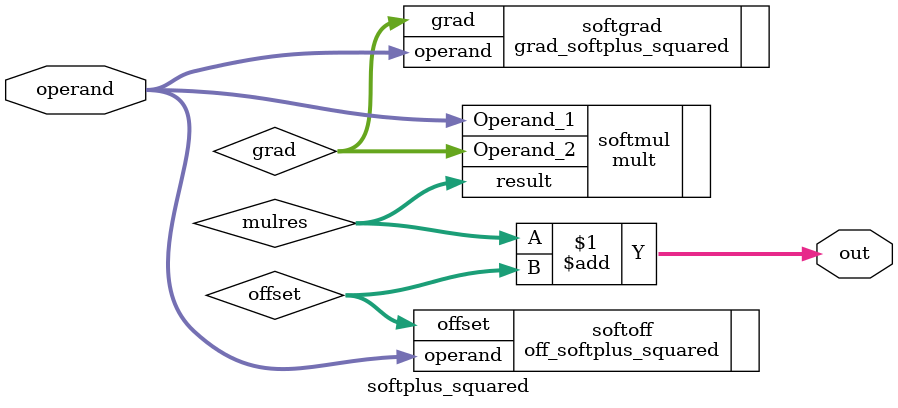
<source format=v>

module softplus_squared (
   input [15:0] operand, 
   output [15:0] out
);
	wire [15:0] grad;
	wire [15:0] offset;
	wire [15:0] mulres;
	
	grad_softplus_squared softgrad
		(
			.operand(operand),
			.grad(grad)
		);
		
	off_softplus_squared softoff
		(
			.operand(operand),
			.offset(offset)
		);
	
	mult softmul
		(
			.Operand_1(operand),
			.Operand_2(grad),
			.result(mulres)
		);
	
	assign out = mulres + offset;
endmodule
</source>
